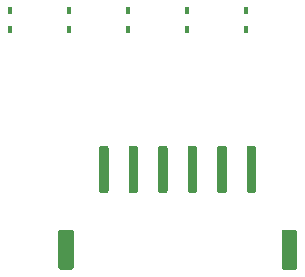
<source format=gbr>
G04 #@! TF.GenerationSoftware,KiCad,Pcbnew,5.1.5-52549c5~86~ubuntu18.04.1*
G04 #@! TF.CreationDate,2020-04-28T10:32:59-07:00*
G04 #@! TF.ProjectId,SHIELD_MIMAS_TFT_BT_POWERSUPPLY,53484945-4c44-45f4-9d49-4d41535f5446,rev?*
G04 #@! TF.SameCoordinates,Original*
G04 #@! TF.FileFunction,Paste,Top*
G04 #@! TF.FilePolarity,Positive*
%FSLAX46Y46*%
G04 Gerber Fmt 4.6, Leading zero omitted, Abs format (unit mm)*
G04 Created by KiCad (PCBNEW 5.1.5-52549c5~86~ubuntu18.04.1) date 2020-04-28 10:32:59*
%MOMM*%
%LPD*%
G04 APERTURE LIST*
%ADD10C,0.100000*%
G04 APERTURE END LIST*
D10*
G36*
X174104180Y-128751045D02*
G01*
X174125254Y-128754172D01*
X174145921Y-128759348D01*
X174165981Y-128766526D01*
X174185240Y-128775635D01*
X174203514Y-128786588D01*
X174220627Y-128799279D01*
X174236413Y-128813587D01*
X174250721Y-128829373D01*
X174263412Y-128846486D01*
X174274365Y-128864760D01*
X174283474Y-128884019D01*
X174290652Y-128904079D01*
X174295828Y-128924746D01*
X174298955Y-128945820D01*
X174300000Y-128967100D01*
X174300000Y-131932900D01*
X174298955Y-131954180D01*
X174295828Y-131975254D01*
X174290652Y-131995921D01*
X174283474Y-132015981D01*
X174274365Y-132035240D01*
X174263412Y-132053514D01*
X174250721Y-132070627D01*
X174236413Y-132086413D01*
X174220627Y-132100721D01*
X174203514Y-132113412D01*
X174185240Y-132124365D01*
X174165981Y-132133474D01*
X174145921Y-132140652D01*
X174125254Y-132145828D01*
X174104180Y-132148955D01*
X174082900Y-132150000D01*
X173217100Y-132150000D01*
X173195820Y-132148955D01*
X173174746Y-132145828D01*
X173154079Y-132140652D01*
X173134019Y-132133474D01*
X173114760Y-132124365D01*
X173096486Y-132113412D01*
X173079373Y-132100721D01*
X173063587Y-132086413D01*
X173049279Y-132070627D01*
X173036588Y-132053514D01*
X173025635Y-132035240D01*
X173016526Y-132015981D01*
X173009348Y-131995921D01*
X173004172Y-131975254D01*
X173001045Y-131954180D01*
X173000000Y-131932900D01*
X173000000Y-128967100D01*
X173001045Y-128945820D01*
X173004172Y-128924746D01*
X173009348Y-128904079D01*
X173016526Y-128884019D01*
X173025635Y-128864760D01*
X173036588Y-128846486D01*
X173049279Y-128829373D01*
X173063587Y-128813587D01*
X173079373Y-128799279D01*
X173096486Y-128786588D01*
X173114760Y-128775635D01*
X173134019Y-128766526D01*
X173154079Y-128759348D01*
X173174746Y-128754172D01*
X173195820Y-128751045D01*
X173217100Y-128750000D01*
X174082900Y-128750000D01*
X174104180Y-128751045D01*
G37*
G36*
X155204180Y-128751045D02*
G01*
X155225254Y-128754172D01*
X155245921Y-128759348D01*
X155265981Y-128766526D01*
X155285240Y-128775635D01*
X155303514Y-128786588D01*
X155320627Y-128799279D01*
X155336413Y-128813587D01*
X155350721Y-128829373D01*
X155363412Y-128846486D01*
X155374365Y-128864760D01*
X155383474Y-128884019D01*
X155390652Y-128904079D01*
X155395828Y-128924746D01*
X155398955Y-128945820D01*
X155400000Y-128967100D01*
X155400000Y-131932900D01*
X155398955Y-131954180D01*
X155395828Y-131975254D01*
X155390652Y-131995921D01*
X155383474Y-132015981D01*
X155374365Y-132035240D01*
X155363412Y-132053514D01*
X155350721Y-132070627D01*
X155336413Y-132086413D01*
X155320627Y-132100721D01*
X155303514Y-132113412D01*
X155285240Y-132124365D01*
X155265981Y-132133474D01*
X155245921Y-132140652D01*
X155225254Y-132145828D01*
X155204180Y-132148955D01*
X155182900Y-132150000D01*
X154317100Y-132150000D01*
X154295820Y-132148955D01*
X154274746Y-132145828D01*
X154254079Y-132140652D01*
X154234019Y-132133474D01*
X154214760Y-132124365D01*
X154196486Y-132113412D01*
X154179373Y-132100721D01*
X154163587Y-132086413D01*
X154149279Y-132070627D01*
X154136588Y-132053514D01*
X154125635Y-132035240D01*
X154116526Y-132015981D01*
X154109348Y-131995921D01*
X154104172Y-131975254D01*
X154101045Y-131954180D01*
X154100000Y-131932900D01*
X154100000Y-128967100D01*
X154101045Y-128945820D01*
X154104172Y-128924746D01*
X154109348Y-128904079D01*
X154116526Y-128884019D01*
X154125635Y-128864760D01*
X154136588Y-128846486D01*
X154149279Y-128829373D01*
X154163587Y-128813587D01*
X154179373Y-128799279D01*
X154196486Y-128786588D01*
X154214760Y-128775635D01*
X154234019Y-128766526D01*
X154254079Y-128759348D01*
X154274746Y-128754172D01*
X154295820Y-128751045D01*
X154317100Y-128750000D01*
X155182900Y-128750000D01*
X155204180Y-128751045D01*
G37*
G36*
X170669603Y-121650963D02*
G01*
X170689018Y-121653843D01*
X170708057Y-121658612D01*
X170726537Y-121665224D01*
X170744279Y-121673616D01*
X170761114Y-121683706D01*
X170776879Y-121695398D01*
X170791421Y-121708579D01*
X170804602Y-121723121D01*
X170816294Y-121738886D01*
X170826384Y-121755721D01*
X170834776Y-121773463D01*
X170841388Y-121791943D01*
X170846157Y-121810982D01*
X170849037Y-121830397D01*
X170850000Y-121850000D01*
X170850000Y-125450000D01*
X170849037Y-125469603D01*
X170846157Y-125489018D01*
X170841388Y-125508057D01*
X170834776Y-125526537D01*
X170826384Y-125544279D01*
X170816294Y-125561114D01*
X170804602Y-125576879D01*
X170791421Y-125591421D01*
X170776879Y-125604602D01*
X170761114Y-125616294D01*
X170744279Y-125626384D01*
X170726537Y-125634776D01*
X170708057Y-125641388D01*
X170689018Y-125646157D01*
X170669603Y-125649037D01*
X170650000Y-125650000D01*
X170250000Y-125650000D01*
X170230397Y-125649037D01*
X170210982Y-125646157D01*
X170191943Y-125641388D01*
X170173463Y-125634776D01*
X170155721Y-125626384D01*
X170138886Y-125616294D01*
X170123121Y-125604602D01*
X170108579Y-125591421D01*
X170095398Y-125576879D01*
X170083706Y-125561114D01*
X170073616Y-125544279D01*
X170065224Y-125526537D01*
X170058612Y-125508057D01*
X170053843Y-125489018D01*
X170050963Y-125469603D01*
X170050000Y-125450000D01*
X170050000Y-121850000D01*
X170050963Y-121830397D01*
X170053843Y-121810982D01*
X170058612Y-121791943D01*
X170065224Y-121773463D01*
X170073616Y-121755721D01*
X170083706Y-121738886D01*
X170095398Y-121723121D01*
X170108579Y-121708579D01*
X170123121Y-121695398D01*
X170138886Y-121683706D01*
X170155721Y-121673616D01*
X170173463Y-121665224D01*
X170191943Y-121658612D01*
X170210982Y-121653843D01*
X170230397Y-121650963D01*
X170250000Y-121650000D01*
X170650000Y-121650000D01*
X170669603Y-121650963D01*
G37*
G36*
X168169603Y-121650963D02*
G01*
X168189018Y-121653843D01*
X168208057Y-121658612D01*
X168226537Y-121665224D01*
X168244279Y-121673616D01*
X168261114Y-121683706D01*
X168276879Y-121695398D01*
X168291421Y-121708579D01*
X168304602Y-121723121D01*
X168316294Y-121738886D01*
X168326384Y-121755721D01*
X168334776Y-121773463D01*
X168341388Y-121791943D01*
X168346157Y-121810982D01*
X168349037Y-121830397D01*
X168350000Y-121850000D01*
X168350000Y-125450000D01*
X168349037Y-125469603D01*
X168346157Y-125489018D01*
X168341388Y-125508057D01*
X168334776Y-125526537D01*
X168326384Y-125544279D01*
X168316294Y-125561114D01*
X168304602Y-125576879D01*
X168291421Y-125591421D01*
X168276879Y-125604602D01*
X168261114Y-125616294D01*
X168244279Y-125626384D01*
X168226537Y-125634776D01*
X168208057Y-125641388D01*
X168189018Y-125646157D01*
X168169603Y-125649037D01*
X168150000Y-125650000D01*
X167750000Y-125650000D01*
X167730397Y-125649037D01*
X167710982Y-125646157D01*
X167691943Y-125641388D01*
X167673463Y-125634776D01*
X167655721Y-125626384D01*
X167638886Y-125616294D01*
X167623121Y-125604602D01*
X167608579Y-125591421D01*
X167595398Y-125576879D01*
X167583706Y-125561114D01*
X167573616Y-125544279D01*
X167565224Y-125526537D01*
X167558612Y-125508057D01*
X167553843Y-125489018D01*
X167550963Y-125469603D01*
X167550000Y-125450000D01*
X167550000Y-121850000D01*
X167550963Y-121830397D01*
X167553843Y-121810982D01*
X167558612Y-121791943D01*
X167565224Y-121773463D01*
X167573616Y-121755721D01*
X167583706Y-121738886D01*
X167595398Y-121723121D01*
X167608579Y-121708579D01*
X167623121Y-121695398D01*
X167638886Y-121683706D01*
X167655721Y-121673616D01*
X167673463Y-121665224D01*
X167691943Y-121658612D01*
X167710982Y-121653843D01*
X167730397Y-121650963D01*
X167750000Y-121650000D01*
X168150000Y-121650000D01*
X168169603Y-121650963D01*
G37*
G36*
X165669603Y-121650963D02*
G01*
X165689018Y-121653843D01*
X165708057Y-121658612D01*
X165726537Y-121665224D01*
X165744279Y-121673616D01*
X165761114Y-121683706D01*
X165776879Y-121695398D01*
X165791421Y-121708579D01*
X165804602Y-121723121D01*
X165816294Y-121738886D01*
X165826384Y-121755721D01*
X165834776Y-121773463D01*
X165841388Y-121791943D01*
X165846157Y-121810982D01*
X165849037Y-121830397D01*
X165850000Y-121850000D01*
X165850000Y-125450000D01*
X165849037Y-125469603D01*
X165846157Y-125489018D01*
X165841388Y-125508057D01*
X165834776Y-125526537D01*
X165826384Y-125544279D01*
X165816294Y-125561114D01*
X165804602Y-125576879D01*
X165791421Y-125591421D01*
X165776879Y-125604602D01*
X165761114Y-125616294D01*
X165744279Y-125626384D01*
X165726537Y-125634776D01*
X165708057Y-125641388D01*
X165689018Y-125646157D01*
X165669603Y-125649037D01*
X165650000Y-125650000D01*
X165250000Y-125650000D01*
X165230397Y-125649037D01*
X165210982Y-125646157D01*
X165191943Y-125641388D01*
X165173463Y-125634776D01*
X165155721Y-125626384D01*
X165138886Y-125616294D01*
X165123121Y-125604602D01*
X165108579Y-125591421D01*
X165095398Y-125576879D01*
X165083706Y-125561114D01*
X165073616Y-125544279D01*
X165065224Y-125526537D01*
X165058612Y-125508057D01*
X165053843Y-125489018D01*
X165050963Y-125469603D01*
X165050000Y-125450000D01*
X165050000Y-121850000D01*
X165050963Y-121830397D01*
X165053843Y-121810982D01*
X165058612Y-121791943D01*
X165065224Y-121773463D01*
X165073616Y-121755721D01*
X165083706Y-121738886D01*
X165095398Y-121723121D01*
X165108579Y-121708579D01*
X165123121Y-121695398D01*
X165138886Y-121683706D01*
X165155721Y-121673616D01*
X165173463Y-121665224D01*
X165191943Y-121658612D01*
X165210982Y-121653843D01*
X165230397Y-121650963D01*
X165250000Y-121650000D01*
X165650000Y-121650000D01*
X165669603Y-121650963D01*
G37*
G36*
X163169603Y-121650963D02*
G01*
X163189018Y-121653843D01*
X163208057Y-121658612D01*
X163226537Y-121665224D01*
X163244279Y-121673616D01*
X163261114Y-121683706D01*
X163276879Y-121695398D01*
X163291421Y-121708579D01*
X163304602Y-121723121D01*
X163316294Y-121738886D01*
X163326384Y-121755721D01*
X163334776Y-121773463D01*
X163341388Y-121791943D01*
X163346157Y-121810982D01*
X163349037Y-121830397D01*
X163350000Y-121850000D01*
X163350000Y-125450000D01*
X163349037Y-125469603D01*
X163346157Y-125489018D01*
X163341388Y-125508057D01*
X163334776Y-125526537D01*
X163326384Y-125544279D01*
X163316294Y-125561114D01*
X163304602Y-125576879D01*
X163291421Y-125591421D01*
X163276879Y-125604602D01*
X163261114Y-125616294D01*
X163244279Y-125626384D01*
X163226537Y-125634776D01*
X163208057Y-125641388D01*
X163189018Y-125646157D01*
X163169603Y-125649037D01*
X163150000Y-125650000D01*
X162750000Y-125650000D01*
X162730397Y-125649037D01*
X162710982Y-125646157D01*
X162691943Y-125641388D01*
X162673463Y-125634776D01*
X162655721Y-125626384D01*
X162638886Y-125616294D01*
X162623121Y-125604602D01*
X162608579Y-125591421D01*
X162595398Y-125576879D01*
X162583706Y-125561114D01*
X162573616Y-125544279D01*
X162565224Y-125526537D01*
X162558612Y-125508057D01*
X162553843Y-125489018D01*
X162550963Y-125469603D01*
X162550000Y-125450000D01*
X162550000Y-121850000D01*
X162550963Y-121830397D01*
X162553843Y-121810982D01*
X162558612Y-121791943D01*
X162565224Y-121773463D01*
X162573616Y-121755721D01*
X162583706Y-121738886D01*
X162595398Y-121723121D01*
X162608579Y-121708579D01*
X162623121Y-121695398D01*
X162638886Y-121683706D01*
X162655721Y-121673616D01*
X162673463Y-121665224D01*
X162691943Y-121658612D01*
X162710982Y-121653843D01*
X162730397Y-121650963D01*
X162750000Y-121650000D01*
X163150000Y-121650000D01*
X163169603Y-121650963D01*
G37*
G36*
X160669603Y-121650963D02*
G01*
X160689018Y-121653843D01*
X160708057Y-121658612D01*
X160726537Y-121665224D01*
X160744279Y-121673616D01*
X160761114Y-121683706D01*
X160776879Y-121695398D01*
X160791421Y-121708579D01*
X160804602Y-121723121D01*
X160816294Y-121738886D01*
X160826384Y-121755721D01*
X160834776Y-121773463D01*
X160841388Y-121791943D01*
X160846157Y-121810982D01*
X160849037Y-121830397D01*
X160850000Y-121850000D01*
X160850000Y-125450000D01*
X160849037Y-125469603D01*
X160846157Y-125489018D01*
X160841388Y-125508057D01*
X160834776Y-125526537D01*
X160826384Y-125544279D01*
X160816294Y-125561114D01*
X160804602Y-125576879D01*
X160791421Y-125591421D01*
X160776879Y-125604602D01*
X160761114Y-125616294D01*
X160744279Y-125626384D01*
X160726537Y-125634776D01*
X160708057Y-125641388D01*
X160689018Y-125646157D01*
X160669603Y-125649037D01*
X160650000Y-125650000D01*
X160250000Y-125650000D01*
X160230397Y-125649037D01*
X160210982Y-125646157D01*
X160191943Y-125641388D01*
X160173463Y-125634776D01*
X160155721Y-125626384D01*
X160138886Y-125616294D01*
X160123121Y-125604602D01*
X160108579Y-125591421D01*
X160095398Y-125576879D01*
X160083706Y-125561114D01*
X160073616Y-125544279D01*
X160065224Y-125526537D01*
X160058612Y-125508057D01*
X160053843Y-125489018D01*
X160050963Y-125469603D01*
X160050000Y-125450000D01*
X160050000Y-121850000D01*
X160050963Y-121830397D01*
X160053843Y-121810982D01*
X160058612Y-121791943D01*
X160065224Y-121773463D01*
X160073616Y-121755721D01*
X160083706Y-121738886D01*
X160095398Y-121723121D01*
X160108579Y-121708579D01*
X160123121Y-121695398D01*
X160138886Y-121683706D01*
X160155721Y-121673616D01*
X160173463Y-121665224D01*
X160191943Y-121658612D01*
X160210982Y-121653843D01*
X160230397Y-121650963D01*
X160250000Y-121650000D01*
X160650000Y-121650000D01*
X160669603Y-121650963D01*
G37*
G36*
X158169603Y-121650963D02*
G01*
X158189018Y-121653843D01*
X158208057Y-121658612D01*
X158226537Y-121665224D01*
X158244279Y-121673616D01*
X158261114Y-121683706D01*
X158276879Y-121695398D01*
X158291421Y-121708579D01*
X158304602Y-121723121D01*
X158316294Y-121738886D01*
X158326384Y-121755721D01*
X158334776Y-121773463D01*
X158341388Y-121791943D01*
X158346157Y-121810982D01*
X158349037Y-121830397D01*
X158350000Y-121850000D01*
X158350000Y-125450000D01*
X158349037Y-125469603D01*
X158346157Y-125489018D01*
X158341388Y-125508057D01*
X158334776Y-125526537D01*
X158326384Y-125544279D01*
X158316294Y-125561114D01*
X158304602Y-125576879D01*
X158291421Y-125591421D01*
X158276879Y-125604602D01*
X158261114Y-125616294D01*
X158244279Y-125626384D01*
X158226537Y-125634776D01*
X158208057Y-125641388D01*
X158189018Y-125646157D01*
X158169603Y-125649037D01*
X158150000Y-125650000D01*
X157750000Y-125650000D01*
X157730397Y-125649037D01*
X157710982Y-125646157D01*
X157691943Y-125641388D01*
X157673463Y-125634776D01*
X157655721Y-125626384D01*
X157638886Y-125616294D01*
X157623121Y-125604602D01*
X157608579Y-125591421D01*
X157595398Y-125576879D01*
X157583706Y-125561114D01*
X157573616Y-125544279D01*
X157565224Y-125526537D01*
X157558612Y-125508057D01*
X157553843Y-125489018D01*
X157550963Y-125469603D01*
X157550000Y-125450000D01*
X157550000Y-121850000D01*
X157550963Y-121830397D01*
X157553843Y-121810982D01*
X157558612Y-121791943D01*
X157565224Y-121773463D01*
X157573616Y-121755721D01*
X157583706Y-121738886D01*
X157595398Y-121723121D01*
X157608579Y-121708579D01*
X157623121Y-121695398D01*
X157638886Y-121683706D01*
X157655721Y-121673616D01*
X157673463Y-121665224D01*
X157691943Y-121658612D01*
X157710982Y-121653843D01*
X157730397Y-121650963D01*
X157750000Y-121650000D01*
X158150000Y-121650000D01*
X158169603Y-121650963D01*
G37*
G36*
X150096076Y-111512921D02*
G01*
X150104570Y-111514181D01*
X150112900Y-111516268D01*
X150120985Y-111519161D01*
X150128747Y-111522832D01*
X150136112Y-111527246D01*
X150143009Y-111532362D01*
X150149372Y-111538128D01*
X150155138Y-111544491D01*
X150160254Y-111551388D01*
X150164668Y-111558753D01*
X150168339Y-111566515D01*
X150171232Y-111574600D01*
X150173319Y-111582930D01*
X150174579Y-111591424D01*
X150175000Y-111600000D01*
X150175000Y-112025000D01*
X150174579Y-112033576D01*
X150173319Y-112042070D01*
X150171232Y-112050400D01*
X150168339Y-112058485D01*
X150164668Y-112066247D01*
X150160254Y-112073612D01*
X150155138Y-112080509D01*
X150149372Y-112086872D01*
X150143009Y-112092638D01*
X150136112Y-112097754D01*
X150128747Y-112102168D01*
X150120985Y-112105839D01*
X150112900Y-112108732D01*
X150104570Y-112110819D01*
X150096076Y-112112079D01*
X150087500Y-112112500D01*
X149912500Y-112112500D01*
X149903924Y-112112079D01*
X149895430Y-112110819D01*
X149887100Y-112108732D01*
X149879015Y-112105839D01*
X149871253Y-112102168D01*
X149863888Y-112097754D01*
X149856991Y-112092638D01*
X149850628Y-112086872D01*
X149844862Y-112080509D01*
X149839746Y-112073612D01*
X149835332Y-112066247D01*
X149831661Y-112058485D01*
X149828768Y-112050400D01*
X149826681Y-112042070D01*
X149825421Y-112033576D01*
X149825000Y-112025000D01*
X149825000Y-111600000D01*
X149825421Y-111591424D01*
X149826681Y-111582930D01*
X149828768Y-111574600D01*
X149831661Y-111566515D01*
X149835332Y-111558753D01*
X149839746Y-111551388D01*
X149844862Y-111544491D01*
X149850628Y-111538128D01*
X149856991Y-111532362D01*
X149863888Y-111527246D01*
X149871253Y-111522832D01*
X149879015Y-111519161D01*
X149887100Y-111516268D01*
X149895430Y-111514181D01*
X149903924Y-111512921D01*
X149912500Y-111512500D01*
X150087500Y-111512500D01*
X150096076Y-111512921D01*
G37*
G36*
X150096076Y-109887921D02*
G01*
X150104570Y-109889181D01*
X150112900Y-109891268D01*
X150120985Y-109894161D01*
X150128747Y-109897832D01*
X150136112Y-109902246D01*
X150143009Y-109907362D01*
X150149372Y-109913128D01*
X150155138Y-109919491D01*
X150160254Y-109926388D01*
X150164668Y-109933753D01*
X150168339Y-109941515D01*
X150171232Y-109949600D01*
X150173319Y-109957930D01*
X150174579Y-109966424D01*
X150175000Y-109975000D01*
X150175000Y-110400000D01*
X150174579Y-110408576D01*
X150173319Y-110417070D01*
X150171232Y-110425400D01*
X150168339Y-110433485D01*
X150164668Y-110441247D01*
X150160254Y-110448612D01*
X150155138Y-110455509D01*
X150149372Y-110461872D01*
X150143009Y-110467638D01*
X150136112Y-110472754D01*
X150128747Y-110477168D01*
X150120985Y-110480839D01*
X150112900Y-110483732D01*
X150104570Y-110485819D01*
X150096076Y-110487079D01*
X150087500Y-110487500D01*
X149912500Y-110487500D01*
X149903924Y-110487079D01*
X149895430Y-110485819D01*
X149887100Y-110483732D01*
X149879015Y-110480839D01*
X149871253Y-110477168D01*
X149863888Y-110472754D01*
X149856991Y-110467638D01*
X149850628Y-110461872D01*
X149844862Y-110455509D01*
X149839746Y-110448612D01*
X149835332Y-110441247D01*
X149831661Y-110433485D01*
X149828768Y-110425400D01*
X149826681Y-110417070D01*
X149825421Y-110408576D01*
X149825000Y-110400000D01*
X149825000Y-109975000D01*
X149825421Y-109966424D01*
X149826681Y-109957930D01*
X149828768Y-109949600D01*
X149831661Y-109941515D01*
X149835332Y-109933753D01*
X149839746Y-109926388D01*
X149844862Y-109919491D01*
X149850628Y-109913128D01*
X149856991Y-109907362D01*
X149863888Y-109902246D01*
X149871253Y-109897832D01*
X149879015Y-109894161D01*
X149887100Y-109891268D01*
X149895430Y-109889181D01*
X149903924Y-109887921D01*
X149912500Y-109887500D01*
X150087500Y-109887500D01*
X150096076Y-109887921D01*
G37*
G36*
X155096076Y-111512921D02*
G01*
X155104570Y-111514181D01*
X155112900Y-111516268D01*
X155120985Y-111519161D01*
X155128747Y-111522832D01*
X155136112Y-111527246D01*
X155143009Y-111532362D01*
X155149372Y-111538128D01*
X155155138Y-111544491D01*
X155160254Y-111551388D01*
X155164668Y-111558753D01*
X155168339Y-111566515D01*
X155171232Y-111574600D01*
X155173319Y-111582930D01*
X155174579Y-111591424D01*
X155175000Y-111600000D01*
X155175000Y-112025000D01*
X155174579Y-112033576D01*
X155173319Y-112042070D01*
X155171232Y-112050400D01*
X155168339Y-112058485D01*
X155164668Y-112066247D01*
X155160254Y-112073612D01*
X155155138Y-112080509D01*
X155149372Y-112086872D01*
X155143009Y-112092638D01*
X155136112Y-112097754D01*
X155128747Y-112102168D01*
X155120985Y-112105839D01*
X155112900Y-112108732D01*
X155104570Y-112110819D01*
X155096076Y-112112079D01*
X155087500Y-112112500D01*
X154912500Y-112112500D01*
X154903924Y-112112079D01*
X154895430Y-112110819D01*
X154887100Y-112108732D01*
X154879015Y-112105839D01*
X154871253Y-112102168D01*
X154863888Y-112097754D01*
X154856991Y-112092638D01*
X154850628Y-112086872D01*
X154844862Y-112080509D01*
X154839746Y-112073612D01*
X154835332Y-112066247D01*
X154831661Y-112058485D01*
X154828768Y-112050400D01*
X154826681Y-112042070D01*
X154825421Y-112033576D01*
X154825000Y-112025000D01*
X154825000Y-111600000D01*
X154825421Y-111591424D01*
X154826681Y-111582930D01*
X154828768Y-111574600D01*
X154831661Y-111566515D01*
X154835332Y-111558753D01*
X154839746Y-111551388D01*
X154844862Y-111544491D01*
X154850628Y-111538128D01*
X154856991Y-111532362D01*
X154863888Y-111527246D01*
X154871253Y-111522832D01*
X154879015Y-111519161D01*
X154887100Y-111516268D01*
X154895430Y-111514181D01*
X154903924Y-111512921D01*
X154912500Y-111512500D01*
X155087500Y-111512500D01*
X155096076Y-111512921D01*
G37*
G36*
X155096076Y-109887921D02*
G01*
X155104570Y-109889181D01*
X155112900Y-109891268D01*
X155120985Y-109894161D01*
X155128747Y-109897832D01*
X155136112Y-109902246D01*
X155143009Y-109907362D01*
X155149372Y-109913128D01*
X155155138Y-109919491D01*
X155160254Y-109926388D01*
X155164668Y-109933753D01*
X155168339Y-109941515D01*
X155171232Y-109949600D01*
X155173319Y-109957930D01*
X155174579Y-109966424D01*
X155175000Y-109975000D01*
X155175000Y-110400000D01*
X155174579Y-110408576D01*
X155173319Y-110417070D01*
X155171232Y-110425400D01*
X155168339Y-110433485D01*
X155164668Y-110441247D01*
X155160254Y-110448612D01*
X155155138Y-110455509D01*
X155149372Y-110461872D01*
X155143009Y-110467638D01*
X155136112Y-110472754D01*
X155128747Y-110477168D01*
X155120985Y-110480839D01*
X155112900Y-110483732D01*
X155104570Y-110485819D01*
X155096076Y-110487079D01*
X155087500Y-110487500D01*
X154912500Y-110487500D01*
X154903924Y-110487079D01*
X154895430Y-110485819D01*
X154887100Y-110483732D01*
X154879015Y-110480839D01*
X154871253Y-110477168D01*
X154863888Y-110472754D01*
X154856991Y-110467638D01*
X154850628Y-110461872D01*
X154844862Y-110455509D01*
X154839746Y-110448612D01*
X154835332Y-110441247D01*
X154831661Y-110433485D01*
X154828768Y-110425400D01*
X154826681Y-110417070D01*
X154825421Y-110408576D01*
X154825000Y-110400000D01*
X154825000Y-109975000D01*
X154825421Y-109966424D01*
X154826681Y-109957930D01*
X154828768Y-109949600D01*
X154831661Y-109941515D01*
X154835332Y-109933753D01*
X154839746Y-109926388D01*
X154844862Y-109919491D01*
X154850628Y-109913128D01*
X154856991Y-109907362D01*
X154863888Y-109902246D01*
X154871253Y-109897832D01*
X154879015Y-109894161D01*
X154887100Y-109891268D01*
X154895430Y-109889181D01*
X154903924Y-109887921D01*
X154912500Y-109887500D01*
X155087500Y-109887500D01*
X155096076Y-109887921D01*
G37*
G36*
X160096076Y-111512921D02*
G01*
X160104570Y-111514181D01*
X160112900Y-111516268D01*
X160120985Y-111519161D01*
X160128747Y-111522832D01*
X160136112Y-111527246D01*
X160143009Y-111532362D01*
X160149372Y-111538128D01*
X160155138Y-111544491D01*
X160160254Y-111551388D01*
X160164668Y-111558753D01*
X160168339Y-111566515D01*
X160171232Y-111574600D01*
X160173319Y-111582930D01*
X160174579Y-111591424D01*
X160175000Y-111600000D01*
X160175000Y-112025000D01*
X160174579Y-112033576D01*
X160173319Y-112042070D01*
X160171232Y-112050400D01*
X160168339Y-112058485D01*
X160164668Y-112066247D01*
X160160254Y-112073612D01*
X160155138Y-112080509D01*
X160149372Y-112086872D01*
X160143009Y-112092638D01*
X160136112Y-112097754D01*
X160128747Y-112102168D01*
X160120985Y-112105839D01*
X160112900Y-112108732D01*
X160104570Y-112110819D01*
X160096076Y-112112079D01*
X160087500Y-112112500D01*
X159912500Y-112112500D01*
X159903924Y-112112079D01*
X159895430Y-112110819D01*
X159887100Y-112108732D01*
X159879015Y-112105839D01*
X159871253Y-112102168D01*
X159863888Y-112097754D01*
X159856991Y-112092638D01*
X159850628Y-112086872D01*
X159844862Y-112080509D01*
X159839746Y-112073612D01*
X159835332Y-112066247D01*
X159831661Y-112058485D01*
X159828768Y-112050400D01*
X159826681Y-112042070D01*
X159825421Y-112033576D01*
X159825000Y-112025000D01*
X159825000Y-111600000D01*
X159825421Y-111591424D01*
X159826681Y-111582930D01*
X159828768Y-111574600D01*
X159831661Y-111566515D01*
X159835332Y-111558753D01*
X159839746Y-111551388D01*
X159844862Y-111544491D01*
X159850628Y-111538128D01*
X159856991Y-111532362D01*
X159863888Y-111527246D01*
X159871253Y-111522832D01*
X159879015Y-111519161D01*
X159887100Y-111516268D01*
X159895430Y-111514181D01*
X159903924Y-111512921D01*
X159912500Y-111512500D01*
X160087500Y-111512500D01*
X160096076Y-111512921D01*
G37*
G36*
X160096076Y-109887921D02*
G01*
X160104570Y-109889181D01*
X160112900Y-109891268D01*
X160120985Y-109894161D01*
X160128747Y-109897832D01*
X160136112Y-109902246D01*
X160143009Y-109907362D01*
X160149372Y-109913128D01*
X160155138Y-109919491D01*
X160160254Y-109926388D01*
X160164668Y-109933753D01*
X160168339Y-109941515D01*
X160171232Y-109949600D01*
X160173319Y-109957930D01*
X160174579Y-109966424D01*
X160175000Y-109975000D01*
X160175000Y-110400000D01*
X160174579Y-110408576D01*
X160173319Y-110417070D01*
X160171232Y-110425400D01*
X160168339Y-110433485D01*
X160164668Y-110441247D01*
X160160254Y-110448612D01*
X160155138Y-110455509D01*
X160149372Y-110461872D01*
X160143009Y-110467638D01*
X160136112Y-110472754D01*
X160128747Y-110477168D01*
X160120985Y-110480839D01*
X160112900Y-110483732D01*
X160104570Y-110485819D01*
X160096076Y-110487079D01*
X160087500Y-110487500D01*
X159912500Y-110487500D01*
X159903924Y-110487079D01*
X159895430Y-110485819D01*
X159887100Y-110483732D01*
X159879015Y-110480839D01*
X159871253Y-110477168D01*
X159863888Y-110472754D01*
X159856991Y-110467638D01*
X159850628Y-110461872D01*
X159844862Y-110455509D01*
X159839746Y-110448612D01*
X159835332Y-110441247D01*
X159831661Y-110433485D01*
X159828768Y-110425400D01*
X159826681Y-110417070D01*
X159825421Y-110408576D01*
X159825000Y-110400000D01*
X159825000Y-109975000D01*
X159825421Y-109966424D01*
X159826681Y-109957930D01*
X159828768Y-109949600D01*
X159831661Y-109941515D01*
X159835332Y-109933753D01*
X159839746Y-109926388D01*
X159844862Y-109919491D01*
X159850628Y-109913128D01*
X159856991Y-109907362D01*
X159863888Y-109902246D01*
X159871253Y-109897832D01*
X159879015Y-109894161D01*
X159887100Y-109891268D01*
X159895430Y-109889181D01*
X159903924Y-109887921D01*
X159912500Y-109887500D01*
X160087500Y-109887500D01*
X160096076Y-109887921D01*
G37*
G36*
X165096076Y-111512921D02*
G01*
X165104570Y-111514181D01*
X165112900Y-111516268D01*
X165120985Y-111519161D01*
X165128747Y-111522832D01*
X165136112Y-111527246D01*
X165143009Y-111532362D01*
X165149372Y-111538128D01*
X165155138Y-111544491D01*
X165160254Y-111551388D01*
X165164668Y-111558753D01*
X165168339Y-111566515D01*
X165171232Y-111574600D01*
X165173319Y-111582930D01*
X165174579Y-111591424D01*
X165175000Y-111600000D01*
X165175000Y-112025000D01*
X165174579Y-112033576D01*
X165173319Y-112042070D01*
X165171232Y-112050400D01*
X165168339Y-112058485D01*
X165164668Y-112066247D01*
X165160254Y-112073612D01*
X165155138Y-112080509D01*
X165149372Y-112086872D01*
X165143009Y-112092638D01*
X165136112Y-112097754D01*
X165128747Y-112102168D01*
X165120985Y-112105839D01*
X165112900Y-112108732D01*
X165104570Y-112110819D01*
X165096076Y-112112079D01*
X165087500Y-112112500D01*
X164912500Y-112112500D01*
X164903924Y-112112079D01*
X164895430Y-112110819D01*
X164887100Y-112108732D01*
X164879015Y-112105839D01*
X164871253Y-112102168D01*
X164863888Y-112097754D01*
X164856991Y-112092638D01*
X164850628Y-112086872D01*
X164844862Y-112080509D01*
X164839746Y-112073612D01*
X164835332Y-112066247D01*
X164831661Y-112058485D01*
X164828768Y-112050400D01*
X164826681Y-112042070D01*
X164825421Y-112033576D01*
X164825000Y-112025000D01*
X164825000Y-111600000D01*
X164825421Y-111591424D01*
X164826681Y-111582930D01*
X164828768Y-111574600D01*
X164831661Y-111566515D01*
X164835332Y-111558753D01*
X164839746Y-111551388D01*
X164844862Y-111544491D01*
X164850628Y-111538128D01*
X164856991Y-111532362D01*
X164863888Y-111527246D01*
X164871253Y-111522832D01*
X164879015Y-111519161D01*
X164887100Y-111516268D01*
X164895430Y-111514181D01*
X164903924Y-111512921D01*
X164912500Y-111512500D01*
X165087500Y-111512500D01*
X165096076Y-111512921D01*
G37*
G36*
X165096076Y-109887921D02*
G01*
X165104570Y-109889181D01*
X165112900Y-109891268D01*
X165120985Y-109894161D01*
X165128747Y-109897832D01*
X165136112Y-109902246D01*
X165143009Y-109907362D01*
X165149372Y-109913128D01*
X165155138Y-109919491D01*
X165160254Y-109926388D01*
X165164668Y-109933753D01*
X165168339Y-109941515D01*
X165171232Y-109949600D01*
X165173319Y-109957930D01*
X165174579Y-109966424D01*
X165175000Y-109975000D01*
X165175000Y-110400000D01*
X165174579Y-110408576D01*
X165173319Y-110417070D01*
X165171232Y-110425400D01*
X165168339Y-110433485D01*
X165164668Y-110441247D01*
X165160254Y-110448612D01*
X165155138Y-110455509D01*
X165149372Y-110461872D01*
X165143009Y-110467638D01*
X165136112Y-110472754D01*
X165128747Y-110477168D01*
X165120985Y-110480839D01*
X165112900Y-110483732D01*
X165104570Y-110485819D01*
X165096076Y-110487079D01*
X165087500Y-110487500D01*
X164912500Y-110487500D01*
X164903924Y-110487079D01*
X164895430Y-110485819D01*
X164887100Y-110483732D01*
X164879015Y-110480839D01*
X164871253Y-110477168D01*
X164863888Y-110472754D01*
X164856991Y-110467638D01*
X164850628Y-110461872D01*
X164844862Y-110455509D01*
X164839746Y-110448612D01*
X164835332Y-110441247D01*
X164831661Y-110433485D01*
X164828768Y-110425400D01*
X164826681Y-110417070D01*
X164825421Y-110408576D01*
X164825000Y-110400000D01*
X164825000Y-109975000D01*
X164825421Y-109966424D01*
X164826681Y-109957930D01*
X164828768Y-109949600D01*
X164831661Y-109941515D01*
X164835332Y-109933753D01*
X164839746Y-109926388D01*
X164844862Y-109919491D01*
X164850628Y-109913128D01*
X164856991Y-109907362D01*
X164863888Y-109902246D01*
X164871253Y-109897832D01*
X164879015Y-109894161D01*
X164887100Y-109891268D01*
X164895430Y-109889181D01*
X164903924Y-109887921D01*
X164912500Y-109887500D01*
X165087500Y-109887500D01*
X165096076Y-109887921D01*
G37*
G36*
X170096076Y-111512921D02*
G01*
X170104570Y-111514181D01*
X170112900Y-111516268D01*
X170120985Y-111519161D01*
X170128747Y-111522832D01*
X170136112Y-111527246D01*
X170143009Y-111532362D01*
X170149372Y-111538128D01*
X170155138Y-111544491D01*
X170160254Y-111551388D01*
X170164668Y-111558753D01*
X170168339Y-111566515D01*
X170171232Y-111574600D01*
X170173319Y-111582930D01*
X170174579Y-111591424D01*
X170175000Y-111600000D01*
X170175000Y-112025000D01*
X170174579Y-112033576D01*
X170173319Y-112042070D01*
X170171232Y-112050400D01*
X170168339Y-112058485D01*
X170164668Y-112066247D01*
X170160254Y-112073612D01*
X170155138Y-112080509D01*
X170149372Y-112086872D01*
X170143009Y-112092638D01*
X170136112Y-112097754D01*
X170128747Y-112102168D01*
X170120985Y-112105839D01*
X170112900Y-112108732D01*
X170104570Y-112110819D01*
X170096076Y-112112079D01*
X170087500Y-112112500D01*
X169912500Y-112112500D01*
X169903924Y-112112079D01*
X169895430Y-112110819D01*
X169887100Y-112108732D01*
X169879015Y-112105839D01*
X169871253Y-112102168D01*
X169863888Y-112097754D01*
X169856991Y-112092638D01*
X169850628Y-112086872D01*
X169844862Y-112080509D01*
X169839746Y-112073612D01*
X169835332Y-112066247D01*
X169831661Y-112058485D01*
X169828768Y-112050400D01*
X169826681Y-112042070D01*
X169825421Y-112033576D01*
X169825000Y-112025000D01*
X169825000Y-111600000D01*
X169825421Y-111591424D01*
X169826681Y-111582930D01*
X169828768Y-111574600D01*
X169831661Y-111566515D01*
X169835332Y-111558753D01*
X169839746Y-111551388D01*
X169844862Y-111544491D01*
X169850628Y-111538128D01*
X169856991Y-111532362D01*
X169863888Y-111527246D01*
X169871253Y-111522832D01*
X169879015Y-111519161D01*
X169887100Y-111516268D01*
X169895430Y-111514181D01*
X169903924Y-111512921D01*
X169912500Y-111512500D01*
X170087500Y-111512500D01*
X170096076Y-111512921D01*
G37*
G36*
X170096076Y-109887921D02*
G01*
X170104570Y-109889181D01*
X170112900Y-109891268D01*
X170120985Y-109894161D01*
X170128747Y-109897832D01*
X170136112Y-109902246D01*
X170143009Y-109907362D01*
X170149372Y-109913128D01*
X170155138Y-109919491D01*
X170160254Y-109926388D01*
X170164668Y-109933753D01*
X170168339Y-109941515D01*
X170171232Y-109949600D01*
X170173319Y-109957930D01*
X170174579Y-109966424D01*
X170175000Y-109975000D01*
X170175000Y-110400000D01*
X170174579Y-110408576D01*
X170173319Y-110417070D01*
X170171232Y-110425400D01*
X170168339Y-110433485D01*
X170164668Y-110441247D01*
X170160254Y-110448612D01*
X170155138Y-110455509D01*
X170149372Y-110461872D01*
X170143009Y-110467638D01*
X170136112Y-110472754D01*
X170128747Y-110477168D01*
X170120985Y-110480839D01*
X170112900Y-110483732D01*
X170104570Y-110485819D01*
X170096076Y-110487079D01*
X170087500Y-110487500D01*
X169912500Y-110487500D01*
X169903924Y-110487079D01*
X169895430Y-110485819D01*
X169887100Y-110483732D01*
X169879015Y-110480839D01*
X169871253Y-110477168D01*
X169863888Y-110472754D01*
X169856991Y-110467638D01*
X169850628Y-110461872D01*
X169844862Y-110455509D01*
X169839746Y-110448612D01*
X169835332Y-110441247D01*
X169831661Y-110433485D01*
X169828768Y-110425400D01*
X169826681Y-110417070D01*
X169825421Y-110408576D01*
X169825000Y-110400000D01*
X169825000Y-109975000D01*
X169825421Y-109966424D01*
X169826681Y-109957930D01*
X169828768Y-109949600D01*
X169831661Y-109941515D01*
X169835332Y-109933753D01*
X169839746Y-109926388D01*
X169844862Y-109919491D01*
X169850628Y-109913128D01*
X169856991Y-109907362D01*
X169863888Y-109902246D01*
X169871253Y-109897832D01*
X169879015Y-109894161D01*
X169887100Y-109891268D01*
X169895430Y-109889181D01*
X169903924Y-109887921D01*
X169912500Y-109887500D01*
X170087500Y-109887500D01*
X170096076Y-109887921D01*
G37*
M02*

</source>
